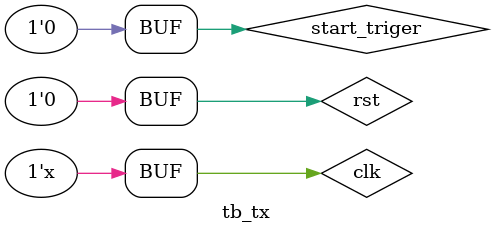
<source format=v>
`timescale 1ns / 1ps

module tb_tx();
    reg clk, rst, start_triger;
    wire o_tx, tx_done;


    /*uart_tx U_tx (
        .clk(clk),
        .rst(rst),
        .tick(tick),
        .start_triger(start_triger),
        .data_in(data_in),
        .o_tx(o_tx)
    ); */
    uart_fsm U_fsm(
        .clk(clk),
        .rst(rst),
        .btn_start(start_triger),
        .tx_done(tx_done),
        .tx(o_tx)
    );

    always #0.05 clk = ~clk;

    initial begin
        clk = 1'b0;
        rst = 1'b1;
        start_triger = 1'b0;

        #20 rst = 1'b0;
        #10000;
        #20 start_triger = 1'b1;
        #20 start_triger = 1'b0;
        
    end
endmodule

</source>
